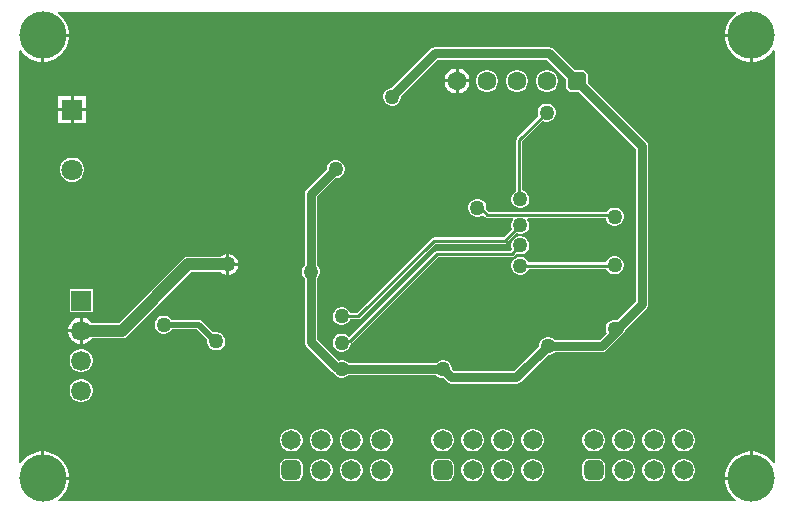
<source format=gbl>
G04*
G04 #@! TF.GenerationSoftware,Altium Limited,Altium Designer,24.2.2 (26)*
G04*
G04 Layer_Physical_Order=2*
G04 Layer_Color=16711680*
%FSLAX44Y44*%
%MOMM*%
G71*
G04*
G04 #@! TF.SameCoordinates,0955CF80-6420-4CC4-8797-52894B4AD841*
G04*
G04*
G04 #@! TF.FilePolarity,Positive*
G04*
G01*
G75*
%ADD14C,0.2540*%
%ADD39C,1.6900*%
%ADD40R,1.6900X1.6900*%
%ADD42C,0.7620*%
%ADD43C,0.5080*%
%ADD44C,1.0160*%
%ADD46C,1.6000*%
G04:AMPARAMS|DCode=47|XSize=1.6mm|YSize=1.6mm|CornerRadius=0.4mm|HoleSize=0mm|Usage=FLASHONLY|Rotation=180.000|XOffset=0mm|YOffset=0mm|HoleType=Round|Shape=RoundedRectangle|*
%AMROUNDEDRECTD47*
21,1,1.6000,0.8000,0,0,180.0*
21,1,0.8000,1.6000,0,0,180.0*
1,1,0.8000,-0.4000,0.4000*
1,1,0.8000,0.4000,0.4000*
1,1,0.8000,0.4000,-0.4000*
1,1,0.8000,-0.4000,-0.4000*
%
%ADD47ROUNDEDRECTD47*%
%ADD48C,1.8000*%
%ADD49R,1.8000X1.8000*%
%ADD50C,4.0000*%
%ADD51C,1.6500*%
G04:AMPARAMS|DCode=52|XSize=1.65mm|YSize=1.65mm|CornerRadius=0.4125mm|HoleSize=0mm|Usage=FLASHONLY|Rotation=0.000|XOffset=0mm|YOffset=0mm|HoleType=Round|Shape=RoundedRectangle|*
%AMROUNDEDRECTD52*
21,1,1.6500,0.8250,0,0,0.0*
21,1,0.8250,1.6500,0,0,0.0*
1,1,0.8250,0.4125,-0.4125*
1,1,0.8250,-0.4125,-0.4125*
1,1,0.8250,-0.4125,0.4125*
1,1,0.8250,0.4125,0.4125*
%
%ADD52ROUNDEDRECTD52*%
%ADD53C,1.2700*%
G36*
X611844Y419780D02*
X612213Y418564D01*
X610632Y417508D01*
X607492Y414368D01*
X605025Y410677D01*
X603326Y406575D01*
X602460Y402220D01*
Y401270D01*
X625000D01*
Y400000D01*
X626270D01*
Y377460D01*
X627220D01*
X631575Y378326D01*
X635677Y380025D01*
X639368Y382492D01*
X642508Y385632D01*
X643565Y387213D01*
X644780Y386844D01*
X644780Y38156D01*
X643564Y37787D01*
X642508Y39368D01*
X639368Y42508D01*
X635677Y44975D01*
X631575Y46674D01*
X627220Y47540D01*
X626270D01*
Y25000D01*
X625000D01*
Y23730D01*
X602460D01*
Y22780D01*
X603326Y18425D01*
X605025Y14323D01*
X607492Y10632D01*
X610632Y7492D01*
X612213Y6435D01*
X611844Y5220D01*
X38156D01*
X37787Y6435D01*
X39369Y7492D01*
X42508Y10632D01*
X44975Y14324D01*
X46674Y18426D01*
X47540Y22780D01*
Y23730D01*
X25000D01*
Y25000D01*
X23730D01*
Y47540D01*
X22780D01*
X18426Y46674D01*
X14324Y44975D01*
X10632Y42508D01*
X7492Y39369D01*
X6435Y37787D01*
X5220Y38156D01*
Y386845D01*
X6435Y387213D01*
X7492Y385632D01*
X10632Y382492D01*
X14324Y380025D01*
X18426Y378326D01*
X22780Y377460D01*
X23730D01*
Y400000D01*
X25000D01*
Y401270D01*
X47540D01*
Y402220D01*
X46674Y406575D01*
X44975Y410677D01*
X42508Y414369D01*
X39369Y417508D01*
X37788Y418564D01*
X38156Y419780D01*
X611844Y419780D01*
D02*
G37*
%LPC*%
G36*
X47540Y398730D02*
X26270D01*
Y377460D01*
X27220D01*
X31575Y378326D01*
X35677Y380025D01*
X39369Y382492D01*
X42508Y385632D01*
X44975Y389324D01*
X46674Y393426D01*
X47540Y397780D01*
Y398730D01*
D02*
G37*
G36*
X623730Y398730D02*
X602460D01*
Y397780D01*
X603326Y393425D01*
X605025Y389323D01*
X607492Y385632D01*
X610632Y382492D01*
X614323Y380025D01*
X618425Y378326D01*
X622780Y377460D01*
X623730D01*
Y398730D01*
D02*
G37*
G36*
X377338Y371790D02*
X377220D01*
Y362520D01*
X386490D01*
Y362638D01*
X385772Y365318D01*
X384384Y367722D01*
X382422Y369684D01*
X380018Y371072D01*
X377338Y371790D01*
D02*
G37*
G36*
X374680D02*
X374562D01*
X371882Y371072D01*
X369478Y369684D01*
X367516Y367722D01*
X366128Y365318D01*
X365410Y362638D01*
Y362520D01*
X374680D01*
Y371790D01*
D02*
G37*
G36*
X453371Y370520D02*
X450930D01*
X448572Y369888D01*
X446458Y368668D01*
X444732Y366942D01*
X443512Y364828D01*
X442880Y362471D01*
Y360030D01*
X443512Y357672D01*
X444732Y355558D01*
X446458Y353832D01*
X448572Y352612D01*
X450930Y351980D01*
X453371D01*
X455728Y352612D01*
X457842Y353832D01*
X459568Y355558D01*
X460788Y357672D01*
X461420Y360030D01*
Y362471D01*
X460788Y364828D01*
X459568Y366942D01*
X457842Y368668D01*
X455728Y369888D01*
X453371Y370520D01*
D02*
G37*
G36*
X427971D02*
X425530D01*
X423172Y369888D01*
X421058Y368668D01*
X419332Y366942D01*
X418112Y364828D01*
X417480Y362471D01*
Y360030D01*
X418112Y357672D01*
X419332Y355558D01*
X421058Y353832D01*
X423172Y352612D01*
X425530Y351980D01*
X427971D01*
X430328Y352612D01*
X432442Y353832D01*
X434168Y355558D01*
X435388Y357672D01*
X436020Y360030D01*
Y362471D01*
X435388Y364828D01*
X434168Y366942D01*
X432442Y368668D01*
X430328Y369888D01*
X427971Y370520D01*
D02*
G37*
G36*
X402570D02*
X400130D01*
X397772Y369888D01*
X395658Y368668D01*
X393932Y366942D01*
X392712Y364828D01*
X392080Y362471D01*
Y360030D01*
X392712Y357672D01*
X393932Y355558D01*
X395658Y353832D01*
X397772Y352612D01*
X400130Y351980D01*
X402570D01*
X404928Y352612D01*
X407042Y353832D01*
X408768Y355558D01*
X409988Y357672D01*
X410620Y360030D01*
Y362471D01*
X409988Y364828D01*
X408768Y366942D01*
X407042Y368668D01*
X404928Y369888D01*
X402570Y370520D01*
D02*
G37*
G36*
X386490Y359980D02*
X377220D01*
Y350710D01*
X377338D01*
X380018Y351428D01*
X382422Y352816D01*
X384384Y354779D01*
X385772Y357182D01*
X386490Y359863D01*
Y359980D01*
D02*
G37*
G36*
X374680D02*
X365410D01*
Y359863D01*
X366128Y357182D01*
X367516Y354779D01*
X369478Y352816D01*
X371882Y351428D01*
X374562Y350710D01*
X374680D01*
Y359980D01*
D02*
G37*
G36*
X61540Y348440D02*
X51270D01*
Y338170D01*
X61540D01*
Y348440D01*
D02*
G37*
G36*
X48730D02*
X38460D01*
Y338170D01*
X48730D01*
Y348440D01*
D02*
G37*
G36*
X452753Y342120D02*
X450747D01*
X448809Y341601D01*
X447071Y340597D01*
X445653Y339179D01*
X444649Y337441D01*
X444130Y335503D01*
Y333497D01*
X444649Y331559D01*
X444831Y331244D01*
X426919Y313331D01*
X426357Y312491D01*
X426160Y311500D01*
Y268121D01*
X424821Y267348D01*
X423402Y265929D01*
X422399Y264191D01*
X421880Y262253D01*
Y260247D01*
X422399Y258309D01*
X423402Y256571D01*
X424821Y255152D01*
X426559Y254149D01*
X428497Y253630D01*
X430503D01*
X432441Y254149D01*
X434179Y255152D01*
X435597Y256571D01*
X436601Y258309D01*
X437120Y260247D01*
Y262253D01*
X436601Y264191D01*
X435597Y265929D01*
X434179Y267348D01*
X432441Y268351D01*
X431340Y268646D01*
Y310427D01*
X448494Y327581D01*
X448809Y327399D01*
X450747Y326880D01*
X452753D01*
X454691Y327399D01*
X456429Y328402D01*
X457848Y329821D01*
X458851Y331559D01*
X459370Y333497D01*
Y335503D01*
X458851Y337441D01*
X457848Y339179D01*
X456429Y340597D01*
X454691Y341601D01*
X452753Y342120D01*
D02*
G37*
G36*
X61540Y335630D02*
X51270D01*
Y325360D01*
X61540D01*
Y335630D01*
D02*
G37*
G36*
X48730D02*
X38460D01*
Y325360D01*
X48730D01*
Y335630D01*
D02*
G37*
G36*
X51353Y296370D02*
X48648D01*
X46036Y295670D01*
X43695Y294318D01*
X41782Y292406D01*
X40430Y290064D01*
X39730Y287452D01*
Y284748D01*
X40430Y282136D01*
X41782Y279794D01*
X43695Y277882D01*
X46036Y276530D01*
X48648Y275830D01*
X51353D01*
X53965Y276530D01*
X56306Y277882D01*
X58218Y279794D01*
X59570Y282136D01*
X60270Y284748D01*
Y287452D01*
X59570Y290064D01*
X58218Y292406D01*
X56306Y294318D01*
X53965Y295670D01*
X51353Y296370D01*
D02*
G37*
G36*
X394253Y261370D02*
X392247D01*
X390309Y260851D01*
X388571Y259848D01*
X387152Y258429D01*
X386149Y256691D01*
X385630Y254753D01*
Y252747D01*
X386149Y250809D01*
X387152Y249071D01*
X388571Y247652D01*
X390309Y246649D01*
X392247Y246130D01*
X394253D01*
X396191Y246649D01*
X397929Y247652D01*
X398182Y247905D01*
X399778Y246309D01*
X400618Y245747D01*
X401609Y245550D01*
X423228D01*
X423754Y244280D01*
X423402Y243929D01*
X422399Y242191D01*
X421880Y240253D01*
Y238247D01*
X422399Y236309D01*
X422581Y235994D01*
X415327Y228740D01*
X356450D01*
X355459Y228543D01*
X354619Y227981D01*
X291407Y164770D01*
X285545D01*
X285451Y165121D01*
X284447Y166859D01*
X283029Y168277D01*
X281291Y169281D01*
X279353Y169800D01*
X277347D01*
X275409Y169281D01*
X273671Y168277D01*
X272253Y166859D01*
X271249Y165121D01*
X270730Y163183D01*
Y161177D01*
X271249Y159239D01*
X272253Y157501D01*
X273671Y156082D01*
X275409Y155079D01*
X277347Y154560D01*
X279353D01*
X281291Y155079D01*
X283029Y156082D01*
X284447Y157501D01*
X285451Y159239D01*
X285545Y159590D01*
X292480D01*
X293471Y159787D01*
X294311Y160349D01*
X357523Y223560D01*
X416400D01*
X417391Y223757D01*
X418231Y224319D01*
X426244Y232331D01*
X426559Y232149D01*
X428497Y231630D01*
X430503D01*
X432441Y232149D01*
X434179Y233152D01*
X435597Y234571D01*
X436601Y236309D01*
X437120Y238247D01*
Y240253D01*
X436601Y242191D01*
X435597Y243929D01*
X435246Y244280D01*
X435772Y245550D01*
X501760D01*
Y245497D01*
X502279Y243559D01*
X503283Y241821D01*
X504701Y240403D01*
X506439Y239399D01*
X508377Y238880D01*
X510383D01*
X512321Y239399D01*
X514059Y240403D01*
X515477Y241821D01*
X516481Y243559D01*
X517000Y245497D01*
Y247503D01*
X516481Y249441D01*
X515477Y251179D01*
X514059Y252598D01*
X512321Y253601D01*
X510383Y254120D01*
X508377D01*
X506439Y253601D01*
X504701Y252598D01*
X503283Y251179D01*
X503023Y250730D01*
X402682D01*
X400827Y252585D01*
X400870Y252747D01*
Y254753D01*
X400351Y256691D01*
X399347Y258429D01*
X397929Y259848D01*
X396191Y260851D01*
X394253Y261370D01*
D02*
G37*
G36*
X430503Y229620D02*
X428497D01*
X426559Y229101D01*
X424821Y228097D01*
X423402Y226679D01*
X422399Y224941D01*
X421880Y223003D01*
Y220997D01*
X422399Y219059D01*
X422581Y218744D01*
X421427Y217590D01*
X358750D01*
X357759Y217393D01*
X356919Y216831D01*
X284561Y144474D01*
X284447Y144489D01*
X283029Y145907D01*
X281291Y146911D01*
X279353Y147430D01*
X277347D01*
X275409Y146911D01*
X273671Y145907D01*
X272253Y144489D01*
X271249Y142751D01*
X270730Y140813D01*
Y138807D01*
X271249Y136869D01*
X272253Y135131D01*
X273671Y133713D01*
X275409Y132709D01*
X277347Y132190D01*
X279353D01*
X281291Y132709D01*
X283029Y133713D01*
X284447Y135131D01*
X285451Y136869D01*
X285970Y138807D01*
Y139053D01*
X286241Y139107D01*
X287081Y139669D01*
X359823Y212410D01*
X422500D01*
X423491Y212607D01*
X424331Y213169D01*
X426244Y215081D01*
X426559Y214899D01*
X428497Y214380D01*
X430503D01*
X432441Y214899D01*
X434179Y215903D01*
X435597Y217321D01*
X436601Y219059D01*
X437120Y220997D01*
Y223003D01*
X436601Y224941D01*
X435597Y226679D01*
X434179Y228097D01*
X432441Y229101D01*
X430503Y229620D01*
D02*
G37*
G36*
X510383Y212870D02*
X508377D01*
X506439Y212351D01*
X504701Y211348D01*
X503283Y209929D01*
X502279Y208191D01*
X502118Y207590D01*
X436628D01*
X436601Y207691D01*
X435597Y209429D01*
X434179Y210847D01*
X432441Y211851D01*
X430503Y212370D01*
X428497D01*
X426559Y211851D01*
X424821Y210847D01*
X423402Y209429D01*
X422399Y207691D01*
X421880Y205753D01*
Y203747D01*
X422399Y201809D01*
X423402Y200071D01*
X424821Y198652D01*
X426559Y197649D01*
X428497Y197130D01*
X430503D01*
X432441Y197649D01*
X434179Y198652D01*
X435597Y200071D01*
X436601Y201809D01*
X436762Y202410D01*
X502252D01*
X502279Y202309D01*
X503283Y200571D01*
X504701Y199153D01*
X506439Y198149D01*
X508377Y197630D01*
X510383D01*
X512321Y198149D01*
X514059Y199153D01*
X515477Y200571D01*
X516481Y202309D01*
X517000Y204247D01*
Y206253D01*
X516481Y208191D01*
X515477Y209929D01*
X514059Y211348D01*
X512321Y212351D01*
X510383Y212870D01*
D02*
G37*
G36*
X183190Y214863D02*
Y207270D01*
X190783D01*
X190204Y209431D01*
X189034Y211459D01*
X187379Y213114D01*
X185351Y214284D01*
X183190Y214863D01*
D02*
G37*
G36*
X190783Y204730D02*
X183190D01*
Y197137D01*
X185351Y197716D01*
X187379Y198886D01*
X189034Y200541D01*
X190204Y202569D01*
X190783Y204730D01*
D02*
G37*
G36*
X180650Y214863D02*
X178489Y214284D01*
X176461Y213114D01*
X175822Y212474D01*
X148353D01*
X145876Y211982D01*
X143775Y210578D01*
X89621Y156424D01*
X66552D01*
X66394Y156698D01*
X64348Y158744D01*
X61842Y160191D01*
X59047Y160940D01*
X58870D01*
Y149950D01*
Y138960D01*
X59047D01*
X61842Y139709D01*
X64348Y141156D01*
X66394Y143202D01*
X66552Y143476D01*
X92303D01*
X94781Y143968D01*
X96881Y145372D01*
X151035Y199526D01*
X175822D01*
X176461Y198886D01*
X178489Y197716D01*
X180650Y197137D01*
Y206000D01*
Y214863D01*
D02*
G37*
G36*
X67320Y185070D02*
X47880D01*
Y165630D01*
X67320D01*
Y185070D01*
D02*
G37*
G36*
X356970Y389770D02*
X354988Y389375D01*
X353307Y388252D01*
X320415Y355360D01*
X319937D01*
X317999Y354841D01*
X316261Y353838D01*
X314842Y352419D01*
X313839Y350681D01*
X313320Y348743D01*
Y346737D01*
X313839Y344799D01*
X314842Y343061D01*
X316261Y341642D01*
X317999Y340639D01*
X319937Y340120D01*
X321943D01*
X323881Y340639D01*
X325619Y341642D01*
X327038Y343061D01*
X328041Y344799D01*
X328560Y346737D01*
Y348743D01*
X328536Y348831D01*
X359115Y379411D01*
X451962D01*
X468177Y363196D01*
Y357250D01*
X468586Y355194D01*
X469751Y353451D01*
X471494Y352286D01*
X473550Y351877D01*
X479598D01*
X527631Y303845D01*
Y174430D01*
X511745Y158545D01*
X510383Y158910D01*
X508377D01*
X506439Y158391D01*
X504701Y157388D01*
X503283Y155969D01*
X502279Y154231D01*
X501760Y152293D01*
Y150287D01*
X502279Y148349D01*
X502515Y147940D01*
X496675Y142100D01*
X458597D01*
X457679Y143018D01*
X455941Y144021D01*
X454003Y144540D01*
X451997D01*
X450059Y144021D01*
X448321Y143018D01*
X446903Y141599D01*
X445899Y139861D01*
X445380Y137923D01*
Y136625D01*
X424135Y115379D01*
X373309D01*
X371780Y116909D01*
Y118113D01*
X371261Y120051D01*
X370257Y121789D01*
X368839Y123208D01*
X367101Y124211D01*
X365163Y124730D01*
X363157D01*
X361219Y124211D01*
X359481Y123208D01*
X358718Y122444D01*
X284102D01*
X283029Y123518D01*
X281291Y124521D01*
X279353Y125040D01*
X277347D01*
X275409Y124521D01*
X275380Y124504D01*
X257290Y142595D01*
Y194193D01*
X258207Y195111D01*
X259211Y196849D01*
X259730Y198787D01*
Y200793D01*
X259211Y202731D01*
X258207Y204469D01*
X257290Y205387D01*
Y263235D01*
X272905Y278850D01*
X274203D01*
X276141Y279369D01*
X277879Y280373D01*
X279298Y281791D01*
X280301Y283529D01*
X280820Y285467D01*
Y287473D01*
X280301Y289411D01*
X279298Y291149D01*
X277879Y292568D01*
X276141Y293571D01*
X274203Y294090D01*
X272197D01*
X270259Y293571D01*
X268521Y292568D01*
X267103Y291149D01*
X266099Y289411D01*
X265580Y287473D01*
Y286175D01*
X248447Y269042D01*
X247325Y267362D01*
X246931Y265380D01*
Y205387D01*
X246012Y204469D01*
X245009Y202731D01*
X244490Y200793D01*
Y198787D01*
X245009Y196849D01*
X246012Y195111D01*
X246931Y194193D01*
Y140450D01*
X247325Y138468D01*
X248447Y136788D01*
X270506Y114729D01*
X271481Y114078D01*
X272253Y112741D01*
X273671Y111322D01*
X275409Y110319D01*
X277347Y109800D01*
X279353D01*
X281291Y110319D01*
X283029Y111322D01*
X283792Y112086D01*
X358408D01*
X359481Y111012D01*
X361219Y110009D01*
X363157Y109490D01*
X364549D01*
X367501Y106538D01*
X369182Y105415D01*
X371164Y105021D01*
X426280D01*
X428262Y105415D01*
X429943Y106538D01*
X452705Y129300D01*
X454003D01*
X455941Y129819D01*
X457679Y130822D01*
X458597Y131741D01*
X498820D01*
X500802Y132135D01*
X502482Y133258D01*
X516852Y147627D01*
X516852Y147627D01*
X517975Y149308D01*
X518178Y150328D01*
X536472Y168622D01*
X536473Y168622D01*
X537595Y170303D01*
X537990Y172285D01*
X537990Y172285D01*
Y305990D01*
X537595Y307972D01*
X536473Y309653D01*
X486923Y359202D01*
Y365250D01*
X486514Y367306D01*
X485350Y369050D01*
X483606Y370214D01*
X481550Y370623D01*
X475399D01*
X457770Y388252D01*
X456090Y389375D01*
X454108Y389770D01*
X356970D01*
X356970Y389770D01*
D02*
G37*
G36*
X56330Y160940D02*
X56153D01*
X53358Y160191D01*
X50852Y158744D01*
X48806Y156698D01*
X47359Y154192D01*
X46610Y151397D01*
Y151220D01*
X56330D01*
Y160940D01*
D02*
G37*
G36*
Y148680D02*
X46610D01*
Y148503D01*
X47359Y145708D01*
X48806Y143202D01*
X50852Y141156D01*
X53358Y139709D01*
X56153Y138960D01*
X56330D01*
Y148680D01*
D02*
G37*
G36*
X128753Y162620D02*
X126747D01*
X124809Y162101D01*
X123071Y161098D01*
X121652Y159679D01*
X120649Y157941D01*
X120130Y156003D01*
Y153997D01*
X120649Y152059D01*
X121652Y150321D01*
X123071Y148903D01*
X124809Y147899D01*
X126747Y147380D01*
X128753D01*
X130691Y147899D01*
X132429Y148903D01*
X133848Y150321D01*
X134306Y151115D01*
X155454D01*
X164472Y142097D01*
X164380Y141753D01*
Y139747D01*
X164899Y137809D01*
X165903Y136071D01*
X167321Y134653D01*
X169059Y133649D01*
X170997Y133130D01*
X173003D01*
X174941Y133649D01*
X176679Y134653D01*
X178097Y136071D01*
X179101Y137809D01*
X179620Y139747D01*
Y141753D01*
X179101Y143691D01*
X178097Y145429D01*
X176679Y146847D01*
X174941Y147851D01*
X173003Y148370D01*
X170997D01*
X169569Y147987D01*
X159810Y157747D01*
X158549Y158589D01*
X157063Y158885D01*
X134306D01*
X133848Y159679D01*
X132429Y161098D01*
X130691Y162101D01*
X128753Y162620D01*
D02*
G37*
G36*
X58880Y134270D02*
X56320D01*
X53848Y133608D01*
X51632Y132328D01*
X49822Y130518D01*
X48542Y128302D01*
X47880Y125830D01*
Y123270D01*
X48542Y120798D01*
X49822Y118582D01*
X51632Y116772D01*
X53848Y115492D01*
X56320Y114830D01*
X58880D01*
X61352Y115492D01*
X63568Y116772D01*
X65378Y118582D01*
X66658Y120798D01*
X67320Y123270D01*
Y125830D01*
X66658Y128302D01*
X65378Y130518D01*
X63568Y132328D01*
X61352Y133608D01*
X58880Y134270D01*
D02*
G37*
G36*
Y108870D02*
X56320D01*
X53848Y108208D01*
X51632Y106928D01*
X49822Y105118D01*
X48542Y102902D01*
X47880Y100430D01*
Y97870D01*
X48542Y95398D01*
X49822Y93182D01*
X51632Y91372D01*
X53848Y90092D01*
X56320Y89430D01*
X58880D01*
X61352Y90092D01*
X63568Y91372D01*
X65378Y93182D01*
X66658Y95398D01*
X67320Y97870D01*
Y100430D01*
X66658Y102902D01*
X65378Y105118D01*
X63568Y106928D01*
X61352Y108208D01*
X58880Y108870D01*
D02*
G37*
G36*
X569103Y66720D02*
X566597D01*
X564175Y66071D01*
X562005Y64818D01*
X560232Y63045D01*
X558979Y60874D01*
X558330Y58453D01*
Y55946D01*
X558979Y53525D01*
X560232Y51354D01*
X562005Y49582D01*
X564175Y48329D01*
X566597Y47680D01*
X569103D01*
X571525Y48329D01*
X573695Y49582D01*
X575468Y51354D01*
X576721Y53525D01*
X577370Y55946D01*
Y58453D01*
X576721Y60874D01*
X575468Y63045D01*
X573695Y64818D01*
X571525Y66071D01*
X569103Y66720D01*
D02*
G37*
G36*
X543703D02*
X541197D01*
X538775Y66071D01*
X536605Y64818D01*
X534832Y63045D01*
X533579Y60874D01*
X532930Y58453D01*
Y55946D01*
X533579Y53525D01*
X534832Y51354D01*
X536605Y49582D01*
X538775Y48329D01*
X541197Y47680D01*
X543703D01*
X546125Y48329D01*
X548295Y49582D01*
X550068Y51354D01*
X551321Y53525D01*
X551970Y55946D01*
Y58453D01*
X551321Y60874D01*
X550068Y63045D01*
X548295Y64818D01*
X546125Y66071D01*
X543703Y66720D01*
D02*
G37*
G36*
X518303D02*
X515797D01*
X513376Y66071D01*
X511205Y64818D01*
X509432Y63045D01*
X508179Y60874D01*
X507530Y58453D01*
Y55946D01*
X508179Y53525D01*
X509432Y51354D01*
X511205Y49582D01*
X513376Y48329D01*
X515797Y47680D01*
X518303D01*
X520725Y48329D01*
X522895Y49582D01*
X524668Y51354D01*
X525921Y53525D01*
X526570Y55946D01*
Y58453D01*
X525921Y60874D01*
X524668Y63045D01*
X522895Y64818D01*
X520725Y66071D01*
X518303Y66720D01*
D02*
G37*
G36*
X492903D02*
X490397D01*
X487976Y66071D01*
X485805Y64818D01*
X484032Y63045D01*
X482779Y60874D01*
X482130Y58453D01*
Y55946D01*
X482779Y53525D01*
X484032Y51354D01*
X485805Y49582D01*
X487976Y48329D01*
X490397Y47680D01*
X492903D01*
X495325Y48329D01*
X497495Y49582D01*
X499268Y51354D01*
X500521Y53525D01*
X501170Y55946D01*
Y58453D01*
X500521Y60874D01*
X499268Y63045D01*
X497495Y64818D01*
X495325Y66071D01*
X492903Y66720D01*
D02*
G37*
G36*
X441103D02*
X438596D01*
X436175Y66071D01*
X434004Y64818D01*
X432232Y63045D01*
X430979Y60874D01*
X430330Y58453D01*
Y55946D01*
X430979Y53525D01*
X432232Y51354D01*
X434004Y49582D01*
X436175Y48329D01*
X438596Y47680D01*
X441103D01*
X443524Y48329D01*
X445695Y49582D01*
X447468Y51354D01*
X448721Y53525D01*
X449370Y55946D01*
Y58453D01*
X448721Y60874D01*
X447468Y63045D01*
X445695Y64818D01*
X443524Y66071D01*
X441103Y66720D01*
D02*
G37*
G36*
X415703D02*
X413196D01*
X410775Y66071D01*
X408604Y64818D01*
X406832Y63045D01*
X405578Y60874D01*
X404930Y58453D01*
Y55946D01*
X405578Y53525D01*
X406832Y51354D01*
X408604Y49582D01*
X410775Y48329D01*
X413196Y47680D01*
X415703D01*
X418124Y48329D01*
X420295Y49582D01*
X422068Y51354D01*
X423321Y53525D01*
X423970Y55946D01*
Y58453D01*
X423321Y60874D01*
X422068Y63045D01*
X420295Y64818D01*
X418124Y66071D01*
X415703Y66720D01*
D02*
G37*
G36*
X390303D02*
X387796D01*
X385375Y66071D01*
X383204Y64818D01*
X381432Y63045D01*
X380178Y60874D01*
X379530Y58453D01*
Y55946D01*
X380178Y53525D01*
X381432Y51354D01*
X383204Y49582D01*
X385375Y48329D01*
X387796Y47680D01*
X390303D01*
X392724Y48329D01*
X394895Y49582D01*
X396668Y51354D01*
X397921Y53525D01*
X398570Y55946D01*
Y58453D01*
X397921Y60874D01*
X396668Y63045D01*
X394895Y64818D01*
X392724Y66071D01*
X390303Y66720D01*
D02*
G37*
G36*
X364903D02*
X362396D01*
X359975Y66071D01*
X357804Y64818D01*
X356032Y63045D01*
X354779Y60874D01*
X354130Y58453D01*
Y55946D01*
X354779Y53525D01*
X356032Y51354D01*
X357804Y49582D01*
X359975Y48329D01*
X362396Y47680D01*
X364903D01*
X367324Y48329D01*
X369495Y49582D01*
X371268Y51354D01*
X372521Y53525D01*
X373170Y55946D01*
Y58453D01*
X372521Y60874D01*
X371268Y63045D01*
X369495Y64818D01*
X367324Y66071D01*
X364903Y66720D01*
D02*
G37*
G36*
X313103D02*
X310597D01*
X308176Y66071D01*
X306005Y64818D01*
X304232Y63045D01*
X302979Y60874D01*
X302330Y58453D01*
Y55946D01*
X302979Y53525D01*
X304232Y51354D01*
X306005Y49582D01*
X308176Y48329D01*
X310597Y47680D01*
X313103D01*
X315525Y48329D01*
X317695Y49582D01*
X319468Y51354D01*
X320721Y53525D01*
X321370Y55946D01*
Y58453D01*
X320721Y60874D01*
X319468Y63045D01*
X317695Y64818D01*
X315525Y66071D01*
X313103Y66720D01*
D02*
G37*
G36*
X287703D02*
X285197D01*
X282775Y66071D01*
X280605Y64818D01*
X278832Y63045D01*
X277579Y60874D01*
X276930Y58453D01*
Y55946D01*
X277579Y53525D01*
X278832Y51354D01*
X280605Y49582D01*
X282775Y48329D01*
X285197Y47680D01*
X287703D01*
X290125Y48329D01*
X292295Y49582D01*
X294068Y51354D01*
X295321Y53525D01*
X295970Y55946D01*
Y58453D01*
X295321Y60874D01*
X294068Y63045D01*
X292295Y64818D01*
X290125Y66071D01*
X287703Y66720D01*
D02*
G37*
G36*
X262303D02*
X259797D01*
X257376Y66071D01*
X255205Y64818D01*
X253432Y63045D01*
X252179Y60874D01*
X251530Y58453D01*
Y55946D01*
X252179Y53525D01*
X253432Y51354D01*
X255205Y49582D01*
X257376Y48329D01*
X259797Y47680D01*
X262303D01*
X264725Y48329D01*
X266895Y49582D01*
X268668Y51354D01*
X269921Y53525D01*
X270570Y55946D01*
Y58453D01*
X269921Y60874D01*
X268668Y63045D01*
X266895Y64818D01*
X264725Y66071D01*
X262303Y66720D01*
D02*
G37*
G36*
X236903D02*
X234397D01*
X231975Y66071D01*
X229805Y64818D01*
X228032Y63045D01*
X226779Y60874D01*
X226130Y58453D01*
Y55946D01*
X226779Y53525D01*
X228032Y51354D01*
X229805Y49582D01*
X231975Y48329D01*
X234397Y47680D01*
X236903D01*
X239325Y48329D01*
X241495Y49582D01*
X243268Y51354D01*
X244521Y53525D01*
X245170Y55946D01*
Y58453D01*
X244521Y60874D01*
X243268Y63045D01*
X241495Y64818D01*
X239325Y66071D01*
X236903Y66720D01*
D02*
G37*
G36*
X27220Y47540D02*
X26270D01*
Y26270D01*
X47540D01*
Y27220D01*
X46674Y31575D01*
X44975Y35677D01*
X42508Y39369D01*
X39369Y42508D01*
X35677Y44975D01*
X31575Y46674D01*
X27220Y47540D01*
D02*
G37*
G36*
X623730Y47540D02*
X622780D01*
X618425Y46674D01*
X614323Y44975D01*
X610632Y42508D01*
X607492Y39368D01*
X605025Y35677D01*
X603326Y31575D01*
X602460Y27220D01*
Y26270D01*
X623730D01*
Y47540D01*
D02*
G37*
G36*
X569103Y41320D02*
X566597D01*
X564175Y40671D01*
X562005Y39418D01*
X560232Y37645D01*
X558979Y35474D01*
X558330Y33053D01*
Y30546D01*
X558979Y28125D01*
X560232Y25954D01*
X562005Y24182D01*
X564175Y22929D01*
X566597Y22280D01*
X569103D01*
X571525Y22929D01*
X573695Y24182D01*
X575468Y25954D01*
X576721Y28125D01*
X577370Y30546D01*
Y33053D01*
X576721Y35474D01*
X575468Y37645D01*
X573695Y39418D01*
X571525Y40671D01*
X569103Y41320D01*
D02*
G37*
G36*
X543703D02*
X541197D01*
X538775Y40671D01*
X536605Y39418D01*
X534832Y37645D01*
X533579Y35474D01*
X532930Y33053D01*
Y30546D01*
X533579Y28125D01*
X534832Y25954D01*
X536605Y24182D01*
X538775Y22929D01*
X541197Y22280D01*
X543703D01*
X546125Y22929D01*
X548295Y24182D01*
X550068Y25954D01*
X551321Y28125D01*
X551970Y30546D01*
Y33053D01*
X551321Y35474D01*
X550068Y37645D01*
X548295Y39418D01*
X546125Y40671D01*
X543703Y41320D01*
D02*
G37*
G36*
X518303D02*
X515797D01*
X513376Y40671D01*
X511205Y39418D01*
X509432Y37645D01*
X508179Y35474D01*
X507530Y33053D01*
Y30546D01*
X508179Y28125D01*
X509432Y25954D01*
X511205Y24182D01*
X513376Y22929D01*
X515797Y22280D01*
X518303D01*
X520725Y22929D01*
X522895Y24182D01*
X524668Y25954D01*
X525921Y28125D01*
X526570Y30546D01*
Y33053D01*
X525921Y35474D01*
X524668Y37645D01*
X522895Y39418D01*
X520725Y40671D01*
X518303Y41320D01*
D02*
G37*
G36*
X441103D02*
X438596D01*
X436175Y40671D01*
X434004Y39418D01*
X432232Y37645D01*
X430979Y35474D01*
X430330Y33053D01*
Y30546D01*
X430979Y28125D01*
X432232Y25954D01*
X434004Y24182D01*
X436175Y22929D01*
X438596Y22280D01*
X441103D01*
X443524Y22929D01*
X445695Y24182D01*
X447468Y25954D01*
X448721Y28125D01*
X449370Y30546D01*
Y33053D01*
X448721Y35474D01*
X447468Y37645D01*
X445695Y39418D01*
X443524Y40671D01*
X441103Y41320D01*
D02*
G37*
G36*
X415703D02*
X413196D01*
X410775Y40671D01*
X408604Y39418D01*
X406832Y37645D01*
X405578Y35474D01*
X404930Y33053D01*
Y30546D01*
X405578Y28125D01*
X406832Y25954D01*
X408604Y24182D01*
X410775Y22929D01*
X413196Y22280D01*
X415703D01*
X418124Y22929D01*
X420295Y24182D01*
X422068Y25954D01*
X423321Y28125D01*
X423970Y30546D01*
Y33053D01*
X423321Y35474D01*
X422068Y37645D01*
X420295Y39418D01*
X418124Y40671D01*
X415703Y41320D01*
D02*
G37*
G36*
X390303D02*
X387796D01*
X385375Y40671D01*
X383204Y39418D01*
X381432Y37645D01*
X380178Y35474D01*
X379530Y33053D01*
Y30546D01*
X380178Y28125D01*
X381432Y25954D01*
X383204Y24182D01*
X385375Y22929D01*
X387796Y22280D01*
X390303D01*
X392724Y22929D01*
X394895Y24182D01*
X396668Y25954D01*
X397921Y28125D01*
X398570Y30546D01*
Y33053D01*
X397921Y35474D01*
X396668Y37645D01*
X394895Y39418D01*
X392724Y40671D01*
X390303Y41320D01*
D02*
G37*
G36*
X313103D02*
X310597D01*
X308176Y40671D01*
X306005Y39418D01*
X304232Y37645D01*
X302979Y35474D01*
X302330Y33053D01*
Y30546D01*
X302979Y28125D01*
X304232Y25954D01*
X306005Y24182D01*
X308176Y22929D01*
X310597Y22280D01*
X313103D01*
X315525Y22929D01*
X317695Y24182D01*
X319468Y25954D01*
X320721Y28125D01*
X321370Y30546D01*
Y33053D01*
X320721Y35474D01*
X319468Y37645D01*
X317695Y39418D01*
X315525Y40671D01*
X313103Y41320D01*
D02*
G37*
G36*
X287703D02*
X285197D01*
X282775Y40671D01*
X280605Y39418D01*
X278832Y37645D01*
X277579Y35474D01*
X276930Y33053D01*
Y30546D01*
X277579Y28125D01*
X278832Y25954D01*
X280605Y24182D01*
X282775Y22929D01*
X285197Y22280D01*
X287703D01*
X290125Y22929D01*
X292295Y24182D01*
X294068Y25954D01*
X295321Y28125D01*
X295970Y30546D01*
Y33053D01*
X295321Y35474D01*
X294068Y37645D01*
X292295Y39418D01*
X290125Y40671D01*
X287703Y41320D01*
D02*
G37*
G36*
X262303D02*
X259797D01*
X257376Y40671D01*
X255205Y39418D01*
X253432Y37645D01*
X252179Y35474D01*
X251530Y33053D01*
Y30546D01*
X252179Y28125D01*
X253432Y25954D01*
X255205Y24182D01*
X257376Y22929D01*
X259797Y22280D01*
X262303D01*
X264725Y22929D01*
X266895Y24182D01*
X268668Y25954D01*
X269921Y28125D01*
X270570Y30546D01*
Y33053D01*
X269921Y35474D01*
X268668Y37645D01*
X266895Y39418D01*
X264725Y40671D01*
X262303Y41320D01*
D02*
G37*
G36*
X495775Y41425D02*
X487525D01*
X485420Y41007D01*
X483635Y39814D01*
X482443Y38030D01*
X482024Y35925D01*
Y27675D01*
X482443Y25570D01*
X483635Y23785D01*
X485420Y22593D01*
X487525Y22174D01*
X495775D01*
X497880Y22593D01*
X499665Y23785D01*
X500857Y25570D01*
X501276Y27675D01*
Y35925D01*
X500857Y38030D01*
X499665Y39814D01*
X497880Y41007D01*
X495775Y41425D01*
D02*
G37*
G36*
X367775D02*
X359525D01*
X357420Y41007D01*
X355635Y39814D01*
X354443Y38030D01*
X354024Y35925D01*
Y27675D01*
X354443Y25570D01*
X355635Y23785D01*
X357420Y22593D01*
X359525Y22174D01*
X367775D01*
X369880Y22593D01*
X371664Y23785D01*
X372857Y25570D01*
X373275Y27675D01*
Y35925D01*
X372857Y38030D01*
X371664Y39814D01*
X369880Y41007D01*
X367775Y41425D01*
D02*
G37*
G36*
X239775D02*
X231525D01*
X229420Y41007D01*
X227635Y39814D01*
X226443Y38030D01*
X226024Y35925D01*
Y27675D01*
X226443Y25570D01*
X227635Y23785D01*
X229420Y22593D01*
X231525Y22174D01*
X239775D01*
X241880Y22593D01*
X243665Y23785D01*
X244857Y25570D01*
X245276Y27675D01*
Y35925D01*
X244857Y38030D01*
X243665Y39814D01*
X241880Y41007D01*
X239775Y41425D01*
D02*
G37*
%LPD*%
D14*
X356450Y226150D02*
X416400D01*
X278350Y162180D02*
X292480D01*
X356450Y226150D01*
X416400D02*
X429500Y239250D01*
X275220Y141500D02*
X285250D01*
X358750Y215000D01*
X422500D01*
X429500Y222000D01*
X430250Y205000D02*
X509130D01*
X430000Y204750D02*
X430250Y205000D01*
X509130D02*
X509380Y205250D01*
X401609Y248140D02*
X509610D01*
X511250Y246500D01*
X395999Y253750D02*
X401609Y248140D01*
X393250Y253750D02*
X395999D01*
X428750Y311500D02*
X451750Y334500D01*
X428750Y261250D02*
Y311500D01*
D39*
X57600Y99150D02*
D03*
Y124550D02*
D03*
Y149950D02*
D03*
D40*
Y175350D02*
D03*
D42*
X274168Y118392D02*
X278828D01*
X252110Y140450D02*
Y199790D01*
Y140450D02*
X274168Y118392D01*
X278828D02*
X279955Y117265D01*
X362940D02*
X363285Y117610D01*
X279955Y117265D02*
X362940D01*
X252110Y199790D02*
Y265380D01*
X273200Y286470D01*
X513190Y151290D02*
Y152665D01*
X498820Y136920D02*
X513190Y151290D01*
X363754Y117610D02*
X371164Y110200D01*
X477550Y361250D02*
X532810Y305990D01*
Y172285D02*
Y305990D01*
X513190Y152665D02*
X532810Y172285D01*
X426280Y110200D02*
X453000Y136920D01*
X371164Y110200D02*
X426280D01*
X453000Y136920D02*
X498820D01*
X320940Y347740D02*
Y348560D01*
X356970Y384590D01*
X454108D01*
X477447Y361250D01*
X477550D01*
D43*
X171313Y140750D02*
X172000D01*
X157063Y155000D02*
X171313Y140750D01*
X127750Y155000D02*
X157063D01*
D44*
X92303Y149950D02*
X148353Y206000D01*
X57600Y149950D02*
X92303D01*
X148353Y206000D02*
X181920D01*
D46*
X375950Y361250D02*
D03*
X401350D02*
D03*
X452150D02*
D03*
X426750D02*
D03*
D47*
X477550D02*
D03*
D48*
X50000Y286100D02*
D03*
D49*
Y336900D02*
D03*
D50*
X625000Y400000D02*
D03*
Y25000D02*
D03*
X25000Y25000D02*
D03*
Y400000D02*
D03*
D51*
X389050Y57200D02*
D03*
Y31800D02*
D03*
X363650Y57200D02*
D03*
X414450Y31800D02*
D03*
X439850D02*
D03*
X414450Y57200D02*
D03*
X439850D02*
D03*
X567850D02*
D03*
X542450D02*
D03*
X567850Y31800D02*
D03*
X542450D02*
D03*
X491650Y57200D02*
D03*
X517050Y31800D02*
D03*
Y57200D02*
D03*
X311850D02*
D03*
X286450D02*
D03*
X311850Y31800D02*
D03*
X286450D02*
D03*
X235650Y57200D02*
D03*
X261050Y31800D02*
D03*
Y57200D02*
D03*
D52*
X363650Y31800D02*
D03*
X491650D02*
D03*
X235650D02*
D03*
D53*
X278350Y139810D02*
D03*
Y117420D02*
D03*
Y162180D02*
D03*
X252110Y199790D02*
D03*
X429500Y204750D02*
D03*
X509380Y205250D02*
D03*
X181920Y206000D02*
D03*
X364160Y117110D02*
D03*
X273200Y286470D02*
D03*
X453000Y136920D02*
D03*
X320940Y347740D02*
D03*
X509380Y151290D02*
D03*
Y246500D02*
D03*
X127750Y155000D02*
D03*
X393250Y253750D02*
D03*
X429500Y222000D02*
D03*
Y239250D02*
D03*
X172000Y140750D02*
D03*
X429500Y261250D02*
D03*
X451750Y334500D02*
D03*
M02*

</source>
